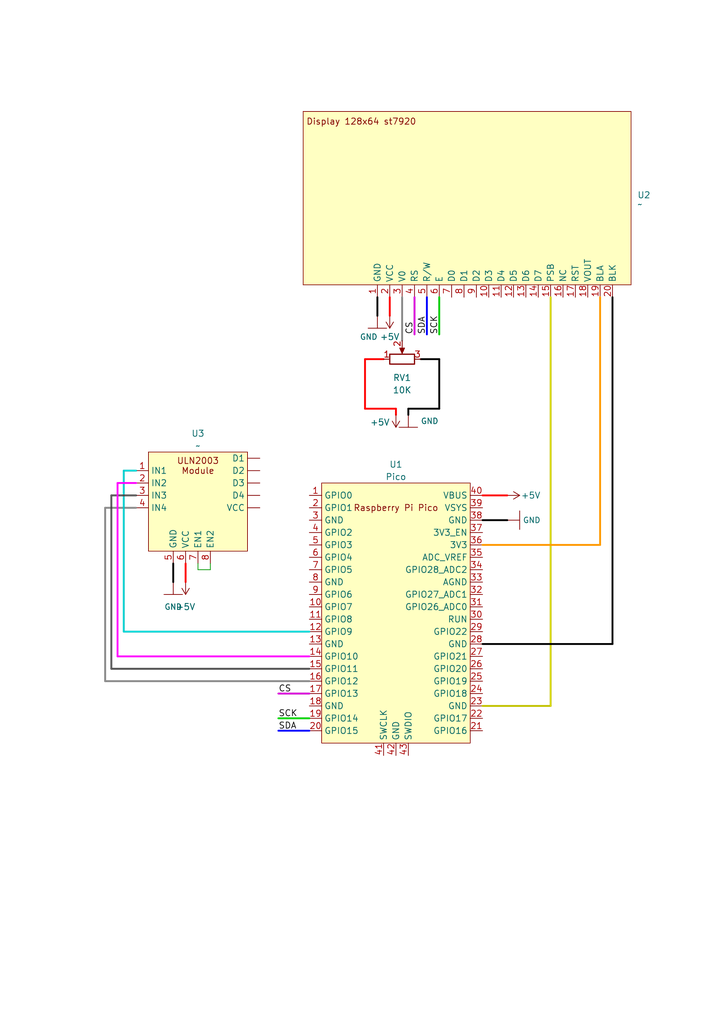
<source format=kicad_sch>
(kicad_sch (version 20231120) (generator "eeschema") (generator_version "8.0")
  (paper "A5" portrait)
  (title_block (title "rEmotion") (date "2024-09-10"))
  (lib_symbols
    (symbol "Device:R_Potentiometer" (pin_names (offset 1.016) hide)
      (property "Reference" "RV" (at -4.445 0 90))
      (property "Value" "R_Potentiometer" (at -2.54 0 90))
      (symbol "R_Potentiometer_0_1"
        (polyline (pts (xy 2.54 0) (xy 1.524 0)))
        (polyline (pts (xy 1.143 0) (xy 2.286 0.508) (xy 2.286 -0.508) (xy 1.143 0)) (fill (type outline)))
        (rectangle (start 1.016 2.54) (end -1.016 -2.54) (stroke (width 0.254)))
      )
      (symbol "R_Potentiometer_1_1"
        (pin passive line (at 0 3.81 270) (length 1.27) (name "1") (number "1"))
        (pin passive line (at 3.81 0 180) (length 1.27) (name "2") (number "2"))
        (pin passive line (at 0 -3.81 90) (length 1.27) (name "3") (number "3"))
      )
    )
    (symbol "MCU_RaspberryPi_and_Boards:Pico"
      (property "Reference" "U" (at -13.97 27.94 0))
      (property "Value" "Pico" (at 0 19.05 0))
      (symbol "Pico_0_0"
        (text "Raspberry Pi Pico" (at 0 21.59 0) (effects (font (size 1.27 1.27))))
      )
      (symbol "Pico_0_1"
        (rectangle (start -15.24 26.67) (end 15.24 -26.67) (fill (type background)))
      )
      (symbol "Pico_1_1"
        (pin bidirectional line (at -17.78 24.13 0) (length 2.54) (name "GPIO0") (number "1"))
        (pin bidirectional line (at -17.78 1.27 0) (length 2.54) (name "GPIO7") (number "10"))
        (pin bidirectional line (at -17.78 -1.27 0) (length 2.54) (name "GPIO8") (number "11"))
        (pin bidirectional line (at -17.78 -3.81 0) (length 2.54) (name "GPIO9") (number "12"))
        (pin power_in line (at -17.78 -6.35 0) (length 2.54) (name "GND") (number "13"))
        (pin bidirectional line (at -17.78 -8.89 0) (length 2.54) (name "GPIO10") (number "14"))
        (pin bidirectional line (at -17.78 -11.43 0) (length 2.54) (name "GPIO11") (number "15"))
        (pin bidirectional line (at -17.78 -13.97 0) (length 2.54) (name "GPIO12") (number "16"))
        (pin bidirectional line (at -17.78 -16.51 0) (length 2.54) (name "GPIO13") (number "17"))
        (pin power_in line (at -17.78 -19.05 0) (length 2.54) (name "GND") (number "18"))
        (pin bidirectional line (at -17.78 -21.59 0) (length 2.54) (name "GPIO14") (number "19"))
        (pin bidirectional line (at -17.78 21.59 0) (length 2.54) (name "GPIO1") (number "2"))
        (pin bidirectional line (at -17.78 -24.13 0) (length 2.54) (name "GPIO15") (number "20"))
        (pin bidirectional line (at 17.78 -24.13 180) (length 2.54) (name "GPIO16") (number "21"))
        (pin bidirectional line (at 17.78 -21.59 180) (length 2.54) (name "GPIO17") (number "22"))
        (pin power_in line (at 17.78 -19.05 180) (length 2.54) (name "GND") (number "23"))
        (pin bidirectional line (at 17.78 -16.51 180) (length 2.54) (name "GPIO18") (number "24"))
        (pin bidirectional line (at 17.78 -13.97 180) (length 2.54) (name "GPIO19") (number "25"))
        (pin bidirectional line (at 17.78 -11.43 180) (length 2.54) (name "GPIO20") (number "26"))
        (pin bidirectional line (at 17.78 -8.89 180) (length 2.54) (name "GPIO21") (number "27"))
        (pin power_in line (at 17.78 -6.35 180) (length 2.54) (name "GND") (number "28"))
        (pin bidirectional line (at 17.78 -3.81 180) (length 2.54) (name "GPIO22") (number "29"))
        (pin power_in line (at -17.78 19.05 0) (length 2.54) (name "GND") (number "3"))
        (pin input line (at 17.78 -1.27 180) (length 2.54) (name "RUN") (number "30"))
        (pin bidirectional line (at 17.78 1.27 180) (length 2.54) (name "GPIO26_ADC0") (number "31"))
        (pin bidirectional line (at 17.78 3.81 180) (length 2.54) (name "GPIO27_ADC1") (number "32"))
        (pin power_in line (at 17.78 6.35 180) (length 2.54) (name "AGND") (number "33"))
        (pin bidirectional line (at 17.78 8.89 180) (length 2.54) (name "GPIO28_ADC2") (number "34"))
        (pin power_in line (at 17.78 11.43 180) (length 2.54) (name "ADC_VREF") (number "35"))
        (pin power_in line (at 17.78 13.97 180) (length 2.54) (name "3V3") (number "36"))
        (pin input line (at 17.78 16.51 180) (length 2.54) (name "3V3_EN") (number "37"))
        (pin bidirectional line (at 17.78 19.05 180) (length 2.54) (name "GND") (number "38"))
        (pin power_in line (at 17.78 21.59 180) (length 2.54) (name "VSYS") (number "39"))
        (pin bidirectional line (at -17.78 16.51 0) (length 2.54) (name "GPIO2") (number "4"))
        (pin power_in line (at 17.78 24.13 180) (length 2.54) (name "VBUS") (number "40"))
        (pin input line (at -2.54 -29.21 90) (length 2.54) (name "SWCLK") (number "41"))
        (pin power_in line (at 0 -29.21 90) (length 2.54) (name "GND") (number "42"))
        (pin bidirectional line (at 2.54 -29.21 90) (length 2.54) (name "SWDIO") (number "43"))
        (pin bidirectional line (at -17.78 13.97 0) (length 2.54) (name "GPIO3") (number "5"))
        (pin bidirectional line (at -17.78 11.43 0) (length 2.54) (name "GPIO4") (number "6"))
        (pin bidirectional line (at -17.78 8.89 0) (length 2.54) (name "GPIO5") (number "7"))
        (pin power_in line (at -17.78 6.35 0) (length 2.54) (name "GND") (number "8"))
        (pin bidirectional line (at -17.78 3.81 0) (length 2.54) (name "GPIO6") (number "9"))
      )
    )
    (symbol "SparkFun-PowerSymbols:GND" (power) (pin_numbers hide) (pin_names (offset 1.016) hide)
      (property "Value" "GND" (at -1.778 -5.08 0))
      (symbol "GND_1_0"
        (polyline (pts (xy -1.905 -2.54) (xy 1.905 -2.54)))
        (polyline (pts (xy 0 0) (xy 0 -2.54)))
      )
      (symbol "GND_1_1"
        (pin power_in line (at 0 0 270) (length 0) hide (name "GND") (number "~"))
      )
    )
    (symbol "power:+5V" (power) (pin_numbers hide) (pin_names (offset 0) hide)
      (property "Value" "+5V" (at 0 3.556 0))
      (symbol "+5V_0_1"
        (polyline (pts (xy -0.762 1.27) (xy 0 2.54)))
        (polyline (pts (xy 0 0) (xy 0 2.54)))
        (polyline (pts (xy 0 2.54) (xy 0.762 1.27)))
      )
      (symbol "+5V_1_1"
        (pin power_in line (at 0 0 90) (length 0) (name "~") (number "1"))
      )
    )
    (symbol "rEmorion_components:Display_12864_st7920"
      (property "Reference" "U" (at -23.876 26.924 0))
      (symbol "Display_12864_st7920_1_1"
        (rectangle (start -25.4 25.4) (end 41.91 -10.16) (fill (type background)))
        (text "Display 128x64 st7920" (at -13.462 23.368 0) (effects (font (size 1.27 1.27))))
        (pin passive line (at -10.16 -12.7 90) (length 2.54) (name "GND") (number "1"))
        (pin input line (at 12.7 -12.7 90) (length 2.54) (name "D3") (number "10"))
        (pin input line (at 15.24 -12.7 90) (length 2.54) (name "D4") (number "11"))
        (pin input line (at 17.78 -12.7 90) (length 2.54) (name "D5") (number "12"))
        (pin input line (at 20.32 -12.7 90) (length 2.54) (name "D6") (number "13"))
        (pin input line (at 22.86 -12.7 90) (length 2.54) (name "D7") (number "14"))
        (pin passive line (at 25.4 -12.7 90) (length 2.54) (name "PSB") (number "15"))
        (pin passive line (at 27.94 -12.7 90) (length 2.54) (name "NC") (number "16"))
        (pin passive line (at 30.48 -12.7 90) (length 2.54) (name "RST") (number "17"))
        (pin passive line (at 33.02 -12.7 90) (length 2.54) (name "VOUT") (number "18"))
        (pin passive line (at 35.56 -12.7 90) (length 2.54) (name "BLA") (number "19"))
        (pin power_in line (at -7.62 -12.7 90) (length 2.54) (name "VCC") (number "2"))
        (pin passive line (at 38.1 -12.7 90) (length 2.54) (name "BLK") (number "20"))
        (pin passive line (at -5.08 -12.7 90) (length 2.54) (name "V0") (number "3"))
        (pin passive line (at -2.54 -12.7 90) (length 2.54) (name "RS") (number "4"))
        (pin input line (at 0 -12.7 90) (length 2.54) (name "R/W") (number "5"))
        (pin passive line (at 2.54 -12.7 90) (length 2.54) (name "E") (number "6"))
        (pin input line (at 5.08 -12.7 90) (length 2.54) (name "D0") (number "7"))
        (pin input line (at 7.62 -12.7 90) (length 2.54) (name "D1") (number "8"))
        (pin input line (at 10.16 -12.7 90) (length 2.54) (name "D2") (number "9"))
      )
    )
    (symbol "rEmorion_components:ULN2003_Module"
      (property "Reference" "U" (at -9.144 12.7 0))
      (symbol "ULN2003_Module_1_1"
        (rectangle (start -10.16 10.16) (end 10.16 -10.16) (fill (type background)))
        (text "ULN2003\nModule" (at 0 7.366 0) (effects (font (size 1.27 1.27))))
        (pin passive line (at 12.7 8.89 180) (length 2.54) (name "D1") (number ""))
        (pin passive line (at 12.7 6.35 180) (length 2.54) (name "D2") (number ""))
        (pin passive line (at 12.7 3.81 180) (length 2.54) (name "D3") (number ""))
        (pin passive line (at 12.7 1.27 180) (length 2.54) (name "D4") (number ""))
        (pin passive line (at 12.7 -1.27 180) (length 2.54) (name "VCC") (number ""))
        (pin passive line (at -12.7 6.35 0) (length 2.54) (name "IN1") (number "1"))
        (pin passive line (at -12.7 3.81 0) (length 2.54) (name "IN2") (number "2"))
        (pin passive line (at -12.7 1.27 0) (length 2.54) (name "IN3") (number "3"))
        (pin passive line (at -12.7 -1.27 0) (length 2.54) (name "IN4") (number "4"))
        (pin passive line (at -5.08 -12.7 90) (length 2.54) (name "GND") (number "5"))
        (pin passive line (at -2.54 -12.7 90) (length 2.54) (name "VCC") (number "6"))
        (pin passive line (at 0 -12.7 90) (length 2.54) (name "EN1") (number "7"))
        (pin passive line (at 2.54 -12.7 90) (length 2.54) (name "EN2") (number "8"))
      )
    )
  )
  (wire (pts (xy 25.4 129.54) (xy 25.4 96.52)) (stroke (width 0.381) (color 0 194 194 1)))
  (wire (pts (xy 82.55 60.96) (xy 82.55 69.85)) (stroke (width 0.381) (color 132 132 132 1)))
  (wire (pts (xy 24.13 134.62) (xy 63.5 134.62)) (stroke (width 0.381) (color 255 0 255 1)))
  (wire (pts (xy 35.56 115.57) (xy 35.56 119.38)) (stroke (width 0.381) (color 0 0 0 1)))
  (wire (pts (xy 21.59 139.7) (xy 63.5 139.7)) (stroke (width 0.381) (color 132 132 132 1)))
  (wire (pts (xy 90.17 73.66) (xy 86.36 73.66)) (stroke (width 0.381) (color 0 0 0 1)))
  (wire (pts (xy 125.73 132.08) (xy 99.06 132.08)) (stroke (width 0.381) (color 0 0 0 1)))
  (wire (pts (xy 81.28 83.82) (xy 74.93 83.82)) (stroke (width 0.381) (color 255 0 0 1)))
  (wire (pts (xy 113.03 144.78) (xy 99.06 144.78)) (stroke (width 0.381) (color 194 194 0 1)))
  (wire (pts (xy 80.01 60.96) (xy 80.01 64.77)) (stroke (width 0.381) (color 255 0 0 1)))
  (wire (pts (xy 40.64 116.84) (xy 43.18 116.84)))
  (wire (pts (xy 90.17 83.82) (xy 83.82 83.82)) (stroke (width 0.381) (color 0 0 0 1)))
  (wire (pts (xy 77.47 60.96) (xy 77.47 64.77)) (stroke (width 0.381) (color 0 0 0 1)))
  (wire (pts (xy 27.94 101.6) (xy 22.86 101.6)) (stroke (width 0.381) (color 72 72 72 1)))
  (wire (pts (xy 57.15 149.86) (xy 63.5 149.86)) (stroke (width 0.381) (color 0 0 255 1)))
  (wire (pts (xy 125.73 60.96) (xy 125.73 132.08)) (stroke (width 0.381) (color 0 0 0 1)))
  (wire (pts (xy 81.28 83.82) (xy 81.28 85.09)) (stroke (width 0.381) (color 255 0 0 1)))
  (wire (pts (xy 21.59 104.14) (xy 21.59 139.7)) (stroke (width 0.381) (color 132 132 132 1)))
  (wire (pts (xy 90.17 60.96) (xy 90.17 68.58)) (stroke (width 0.381) (color 0 194 0 1)))
  (wire (pts (xy 25.4 129.54) (xy 63.5 129.54)) (stroke (width 0.381) (color 0 194 194 1)))
  (wire (pts (xy 57.15 147.32) (xy 63.5 147.32)) (stroke (width 0.381) (color 0 194 0 1)))
  (wire (pts (xy 123.19 111.76) (xy 123.19 60.96)) (stroke (width 0.381) (color 255 153 0 1)))
  (wire (pts (xy 87.63 60.96) (xy 87.63 68.58)) (stroke (width 0.381) (color 0 0 255 1)))
  (wire (pts (xy 90.17 83.82) (xy 90.17 73.66)) (stroke (width 0.381) (color 0 0 0 1)))
  (wire (pts (xy 74.93 73.66) (xy 78.74 73.66)) (stroke (width 0.381) (color 255 0 0 1)))
  (wire (pts (xy 57.15 142.24) (xy 63.5 142.24)) (stroke (width 0.381) (color 194 0 194 1)))
  (wire (pts (xy 113.03 60.96) (xy 113.03 144.78)) (stroke (width 0.381) (color 194 194 0 1)))
  (wire (pts (xy 38.1 115.57) (xy 38.1 119.38)) (stroke (width 0.381) (color 255 0 0 1)))
  (wire (pts (xy 24.13 99.06) (xy 24.13 134.62)) (stroke (width 0.381) (color 255 0 255 1)))
  (wire (pts (xy 85.09 60.96) (xy 85.09 68.58)) (stroke (width 0.381) (color 194 0 194 1)))
  (wire (pts (xy 83.82 83.82) (xy 83.82 85.09)) (stroke (width 0.381) (color 0 0 0 1)))
  (wire (pts (xy 27.94 99.06) (xy 24.13 99.06)) (stroke (width 0.381) (color 255 0 255 1)))
  (wire (pts (xy 25.4 96.52) (xy 27.94 96.52)) (stroke (width 0.381) (color 0 194 194 1)))
  (wire (pts (xy 43.18 116.84) (xy 43.18 115.57)))
  (wire (pts (xy 99.06 101.6) (xy 104.14 101.6)) (stroke (width 0.381) (color 255 0 0 1)))
  (wire (pts (xy 99.06 111.76) (xy 123.19 111.76)) (stroke (width 0.381) (color 255 153 0 1)))
  (wire (pts (xy 40.64 115.57) (xy 40.64 116.84)))
  (wire (pts (xy 99.06 106.68) (xy 104.14 106.68)) (stroke (width 0.381) (color 0 0 0 1)))
  (wire (pts (xy 22.86 137.16) (xy 63.5 137.16)) (stroke (width 0.381) (color 72 72 72 1)))
  (wire (pts (xy 22.86 101.6) (xy 22.86 137.16)) (stroke (width 0.381) (color 72 72 72 1)))
  (wire (pts (xy 27.94 104.14) (xy 21.59 104.14)) (stroke (width 0.381) (color 132 132 132 1)))
  (wire (pts (xy 74.93 83.82) (xy 74.93 73.66)) (stroke (width 0.381) (color 255 0 0 1)))
  (label "SDA" (at 87.63 68.58 90))
  (label "CS" (at 57.15 142.24 0))
  (label "CS" (at 85.09 68.58 90))
  (label "SCK" (at 57.15 147.32 0))
  (label "SDA" (at 57.15 149.86 0))
  (label "SCK" (at 90.17 68.58 90))
  (symbol (lib_id "MCU_RaspberryPi_and_Boards:Pico") (at 81.28 125.73 0) (unit 1)
    (property "Reference" "U1" (at 81.28 95.25 0))
    (property "Value" "Pico" (at 81.28 97.79 0))
    (property "Footprint" "RPi_Pico:RPi_Pico_SMD_TH" (effects (hide yes)))
  )
  (symbol (lib_id "SparkFun-PowerSymbols:GND") (at 35.56 119.38 0) (unit 1)
    (property "Reference" "#GND04" (effects (hide yes)))
    (property "Value" "GND" (at 35.56 124.46 0) (effects (font (size 1.143 1.143))))
    (property "Description" "Ground Supply Symbol Generic signal ground supply symbol." (effects (hide yes)))
  )
  (symbol (lib_id "rEmorion_components:Display_12864_st7920") (at 87.63 48.26 0) (unit 1)
    (property "Reference" "U2" (at 130.81 40.0049 0) (effects (justify left)))
    (property "Value" "~" (at 130.81 41.91 0) (effects (justify left)))
  )
  (symbol (lib_id "rEmorion_components:ULN2003_Module") (at 40.64 102.87 0) (unit 1)
    (property "Reference" "U3" (at 40.64 88.9 0))
    (property "Value" "~" (at 40.64 91.44 0))
  )
  (symbol (lib_id "SparkFun-PowerSymbols:GND") (at 77.47 64.77 0) (unit 1)
    (property "Reference" "#GND05" (effects (hide yes)))
    (property "Value" "GND" (at 75.692 69.088 0) (effects (font (size 1.143 1.143))))
    (property "Description" "Ground Supply Symbol Generic signal ground supply symbol." (effects (hide yes)))
  )
  (symbol (lib_id "power:+5V") (at 81.28 85.09 180) (unit 1)
    (property "Reference" "#PWR02" (effects (hide yes)))
    (property "Value" "+5V" (at 75.946 86.614 0) (effects (justify right)))
    (property "Description" "Power symbol creates a global label with name \"+5V\"" (effects (hide yes)))
  )
  (symbol (lib_id "Device:R_Potentiometer") (at 82.55 73.66 90) (unit 1)
    (property "Reference" "RV1" (at 82.55 77.47 90))
    (property "Value" "10K" (at 82.55 80.01 90))
    (property "Description" "Potentiometer" (effects (hide yes)))
  )
  (symbol (lib_id "power:+5V") (at 80.01 64.77 180) (unit 1)
    (property "Reference" "#PWR01" (effects (hide yes)))
    (property "Value" "+5V" (at 80.01 69.088 0))
    (property "Description" "Power symbol creates a global label with name \"+5V\"" (effects (hide yes)))
  )
  (symbol (lib_id "power:+5V") (at 38.1 119.38 180) (unit 1)
    (property "Reference" "#PWR03" (effects (hide yes)))
    (property "Value" "+5V" (at 38.1 124.46 0))
    (property "Description" "Power symbol creates a global label with name \"+5V\"" (effects (hide yes)))
  )
  (symbol (lib_id "SparkFun-PowerSymbols:GND") (at 104.14 106.68 90) (unit 1)
    (property "Reference" "#GND01" (effects (hide yes)))
    (property "Value" "GND" (at 110.998 106.68 90) (effects (font (size 1.143 1.143)) (justify left)))
    (property "Description" "Ground Supply Symbol Generic signal ground supply symbol." (effects (hide yes)))
  )
  (symbol (lib_id "power:+5V") (at 104.14 101.6 270) (unit 1)
    (property "Reference" "#PWR04" (effects (hide yes)))
    (property "Value" "+5V" (at 110.998 101.6 90) (effects (justify right)))
    (property "Description" "Power symbol creates a global label with name \"+5V\"" (effects (hide yes)))
  )
  (symbol (lib_id "SparkFun-PowerSymbols:GND") (at 83.82 85.09 0) (unit 1)
    (property "Reference" "#GND02" (effects (hide yes)))
    (property "Value" "GND" (at 86.36 86.36 0) (effects (font (size 1.143 1.143)) (justify left)))
    (property "Description" "Ground Supply Symbol Generic signal ground supply symbol." (effects (hide yes)))
  )
)
</source>
